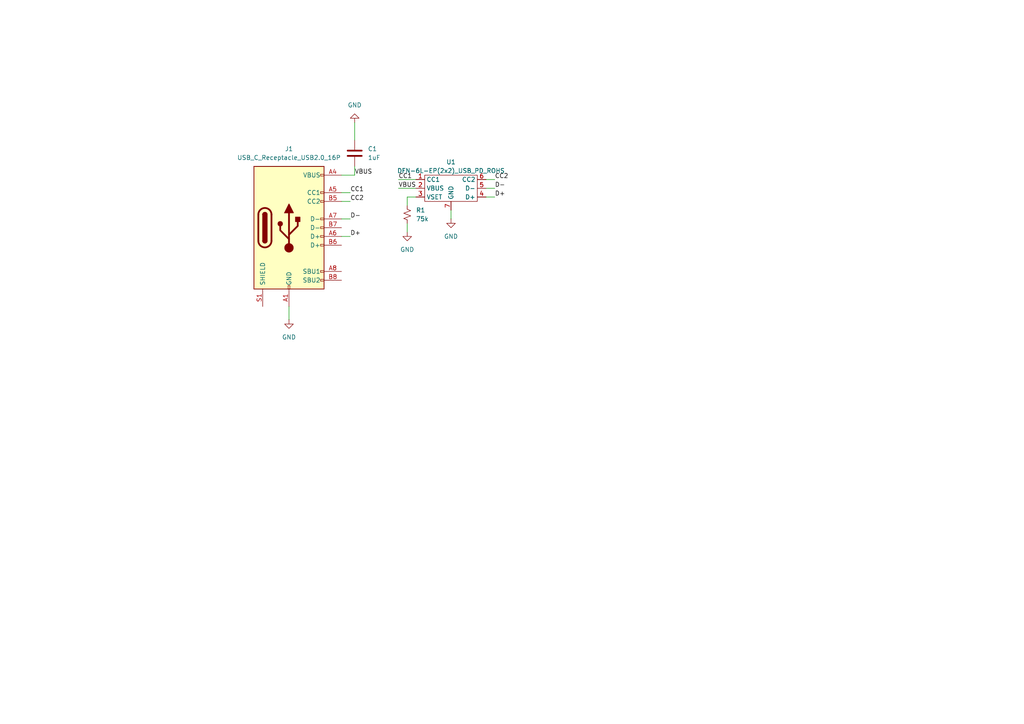
<source format=kicad_sch>
(kicad_sch (version 20231120) (generator "eeschema") (generator_version "8.0")
  (paper "A4")
  (lib_symbols
    (symbol "Connector:USB_C_Receptacle_USB2.0_16P" (pin_names (offset 1.016))
      (property "Reference" "J" (at 0 22.225 0))
      (property "Value" "USB_C_Receptacle_USB2.0_16P" (at 0 19.685 0))
      (symbol "USB_C_Receptacle_USB2.0_16P_0_0"
        (rectangle (start -0.254 -17.78) (end 0.254 -16.764))
        (rectangle (start 10.16 -14.986) (end 9.144 -15.494))
        (rectangle (start 10.16 -12.446) (end 9.144 -12.954))
        (rectangle (start 10.16 -4.826) (end 9.144 -5.334))
        (rectangle (start 10.16 -2.286) (end 9.144 -2.794))
        (rectangle (start 10.16 0.254) (end 9.144 -0.254))
        (rectangle (start 10.16 2.794) (end 9.144 2.286))
        (rectangle (start 10.16 7.874) (end 9.144 7.366))
        (rectangle (start 10.16 10.414) (end 9.144 9.906))
        (rectangle (start 10.16 15.494) (end 9.144 14.986))
      )
      (symbol "USB_C_Receptacle_USB2.0_16P_0_1"
        (rectangle (start -10.16 17.78) (end 10.16 -17.78) (stroke (width 0.254)) (fill (type background)))
        (arc (start -8.89 -3.81) (mid -6.985 -5.7067) (end -5.08 -3.81) (stroke (width 0.508)))
        (arc (start -7.62 -3.81) (mid -6.985 -4.4423) (end -6.35 -3.81) (stroke (width 0.254)))
        (arc (start -7.62 -3.81) (mid -6.985 -4.4423) (end -6.35 -3.81) (stroke (width 0.254)) (fill (type outline)))
        (rectangle (start -7.62 -3.81) (end -6.35 3.81) (stroke (width 0.254)) (fill (type outline)))
        (arc (start -6.35 3.81) (mid -6.985 4.4423) (end -7.62 3.81) (stroke (width 0.254)))
        (arc (start -6.35 3.81) (mid -6.985 4.4423) (end -7.62 3.81) (stroke (width 0.254)) (fill (type outline)))
        (arc (start -5.08 3.81) (mid -6.985 5.7067) (end -8.89 3.81) (stroke (width 0.508)))
        (circle (center -2.54 1.143) (radius 0.635) (stroke (width 0.254)) (fill (type outline)))
        (circle (center 0 -5.842) (radius 1.27) (fill (type outline)))
        (polyline (pts (xy -8.89 -3.81) (xy -8.89 3.81)) (stroke (width 0.508)))
        (polyline (pts (xy -5.08 3.81) (xy -5.08 -3.81)) (stroke (width 0.508)))
        (polyline (pts (xy 0 -5.842) (xy 0 4.318)) (stroke (width 0.508)))
        (polyline (pts (xy 0 -3.302) (xy -2.54 -0.762) (xy -2.54 0.508)) (stroke (width 0.508)))
        (polyline (pts (xy 0 -2.032) (xy 2.54 0.508) (xy 2.54 1.778)) (stroke (width 0.508)))
        (polyline (pts (xy -1.27 4.318) (xy 0 6.858) (xy 1.27 4.318) (xy -1.27 4.318)) (stroke (width 0.254)) (fill (type outline)))
        (rectangle (start 1.905 1.778) (end 3.175 3.048) (stroke (width 0.254)) (fill (type outline)))
      )
      (symbol "USB_C_Receptacle_USB2.0_16P_1_1"
        (pin passive line (at 0 -22.86 90) (length 5.08) (name "GND") (number "A1"))
        (pin passive line (at 0 -22.86 90) (length 5.08) hide (name "GND") (number "A12"))
        (pin passive line (at 15.24 15.24 180) (length 5.08) (name "VBUS") (number "A4"))
        (pin bidirectional line (at 15.24 10.16 180) (length 5.08) (name "CC1") (number "A5"))
        (pin bidirectional line (at 15.24 -2.54 180) (length 5.08) (name "D+") (number "A6"))
        (pin bidirectional line (at 15.24 2.54 180) (length 5.08) (name "D-") (number "A7"))
        (pin bidirectional line (at 15.24 -12.7 180) (length 5.08) (name "SBU1") (number "A8"))
        (pin passive line (at 15.24 15.24 180) (length 5.08) hide (name "VBUS") (number "A9"))
        (pin passive line (at 0 -22.86 90) (length 5.08) hide (name "GND") (number "B1"))
        (pin passive line (at 0 -22.86 90) (length 5.08) hide (name "GND") (number "B12"))
        (pin passive line (at 15.24 15.24 180) (length 5.08) hide (name "VBUS") (number "B4"))
        (pin bidirectional line (at 15.24 7.62 180) (length 5.08) (name "CC2") (number "B5"))
        (pin bidirectional line (at 15.24 -5.08 180) (length 5.08) (name "D+") (number "B6"))
        (pin bidirectional line (at 15.24 0 180) (length 5.08) (name "D-") (number "B7"))
        (pin bidirectional line (at 15.24 -15.24 180) (length 5.08) (name "SBU2") (number "B8"))
        (pin passive line (at 15.24 15.24 180) (length 5.08) hide (name "VBUS") (number "B9"))
        (pin passive line (at -7.62 -22.86 90) (length 5.08) (name "SHIELD") (number "S1"))
      )
    )
    (symbol "Custom Symbols:DFN-6L-EP(2x2)_USB_PD_ROHS"
      (property "Reference" "U" (at 0 0 0))
      (symbol "DFN-6L-EP(2x2)_USB_PD_ROHS_0_1"
        (rectangle (start -1.27 -1.27) (end 13.97 -8.89))
      )
      (symbol "DFN-6L-EP(2x2)_USB_PD_ROHS_1_1"
        (pin output line (at -3.81 -2.54 0) (length 2.54) (name "CC1") (number "1"))
        (pin input line (at -3.81 -5.08 0) (length 2.54) (name "VBUS") (number "2"))
        (pin output line (at -3.81 -7.62 0) (length 2.54) (name "VSET") (number "3"))
        (pin output line (at 16.51 -7.62 180) (length 2.54) (name "D+") (number "4"))
        (pin output line (at 16.51 -5.08 180) (length 2.54) (name "D-") (number "5"))
        (pin output line (at 16.51 -2.54 180) (length 2.54) (name "CC2") (number "6"))
        (pin output line (at 6.35 -11.43 90) (length 2.54) (name "GND") (number "7"))
      )
    )
    (symbol "Device:C" (pin_numbers hide) (pin_names (offset 0.254))
      (property "Reference" "C" (at 0.635 2.54 0))
      (property "Value" "C" (at 0.635 -2.54 0))
      (symbol "C_0_1"
        (polyline (pts (xy -2.032 -0.762) (xy 2.032 -0.762)) (stroke (width 0.508)))
        (polyline (pts (xy -2.032 0.762) (xy 2.032 0.762)) (stroke (width 0.508)))
      )
      (symbol "C_1_1"
        (pin passive line (at 0 3.81 270) (length 2.794) (name "~") (number "1"))
        (pin passive line (at 0 -3.81 90) (length 2.794) (name "~") (number "2"))
      )
    )
    (symbol "Device:R_Small_US" (pin_numbers hide) (pin_names (offset 0.254) hide)
      (property "Reference" "R" (at 0.762 0.508 0))
      (property "Value" "R_Small_US" (at 0.762 -1.016 0))
      (symbol "R_Small_US_1_1"
        (polyline (pts (xy 0 0) (xy 1.016 -0.381) (xy 0 -0.762) (xy -1.016 -1.143) (xy 0 -1.524)))
        (polyline (pts (xy 0 1.524) (xy 1.016 1.143) (xy 0 0.762) (xy -1.016 0.381) (xy 0 0)))
        (pin passive line (at 0 2.54 270) (length 1.016) (name "~") (number "1"))
        (pin passive line (at 0 -2.54 90) (length 1.016) (name "~") (number "2"))
      )
    )
    (symbol "power:GND" (power) (pin_numbers hide) (pin_names (offset 0) hide)
      (property "Value" "GND" (at 0 -3.81 0))
      (symbol "GND_0_1"
        (polyline (pts (xy 0 0) (xy 0 -1.27) (xy 1.27 -1.27) (xy 0 -2.54) (xy -1.27 -1.27) (xy 0 -1.27)))
      )
      (symbol "GND_1_1"
        (pin power_in line (at 0 0 270) (length 0) (name "~") (number "1"))
      )
    )
  )
  (wire (pts (xy 99.06 50.8) (xy 102.87 50.8)))
  (wire (pts (xy 140.97 54.61) (xy 143.51 54.61)))
  (wire (pts (xy 115.57 52.07) (xy 120.65 52.07)))
  (wire (pts (xy 118.11 67.31) (xy 118.11 64.77)))
  (wire (pts (xy 99.06 55.88) (xy 101.6 55.88)))
  (wire (pts (xy 83.82 88.9) (xy 83.82 92.71)))
  (wire (pts (xy 102.87 35.56) (xy 102.87 40.64)))
  (wire (pts (xy 118.11 57.15) (xy 120.65 57.15)))
  (wire (pts (xy 118.11 59.69) (xy 118.11 57.15)))
  (wire (pts (xy 115.57 54.61) (xy 120.65 54.61)))
  (wire (pts (xy 102.87 50.8) (xy 102.87 48.26)))
  (wire (pts (xy 140.97 57.15) (xy 143.51 57.15)))
  (wire (pts (xy 99.06 58.42) (xy 101.6 58.42)))
  (wire (pts (xy 140.97 52.07) (xy 143.51 52.07)))
  (wire (pts (xy 99.06 63.5) (xy 101.6 63.5)))
  (wire (pts (xy 99.06 68.58) (xy 101.6 68.58)))
  (wire (pts (xy 130.81 63.5) (xy 130.81 60.96)))
  (label "VBUS" (at 115.57 54.61 0))
  (label "D-" (at 143.51 54.61 0))
  (label "D-" (at 101.6 63.5 0))
  (label "D+" (at 143.51 57.15 0))
  (label "VBUS" (at 102.87 50.8 0))
  (label "CC2" (at 143.51 52.07 0))
  (label "CC2" (at 101.6 58.42 0))
  (label "D+" (at 101.6 68.58 0))
  (label "CC1" (at 115.57 52.07 0))
  (label "CC1" (at 101.6 55.88 0))
  (symbol (lib_id "power:GND") (at 102.87 35.56 180) (unit 1)
    (property "Reference" "#PWR03" (effects (hide yes)))
    (property "Value" "GND" (at 102.87 30.48 0))
    (property "Description" "Power symbol creates a global label with name \"GND\" , ground" (effects (hide yes)))
  )
  (symbol (lib_id "Device:R_Small_US") (at 118.11 62.23 0) (unit 1)
    (property "Reference" "R1" (at 120.65 60.9599 0) (effects (justify left)))
    (property "Value" "75k" (at 120.65 63.4999 0) (effects (justify left)))
    (property "Footprint" "Resistor_SMD:R_0603_1608Metric_Pad0.98x0.95mm_HandSolder" (effects (hide yes)))
    (property "Datasheet" "https://jlcpcb.com/api/file/downloadByFileSystemAccessId/8579706316903792640" (effects (hide yes)))
    (property "Description" "Resistor, small US symbol" (effects (hide yes)))
    (property "JLCPCB Part #" "C23242" (effects (hide yes)))
  )
  (symbol (lib_id "Device:C") (at 102.87 44.45 0) (unit 1)
    (property "Reference" "C1" (at 106.68 43.1799 0) (effects (justify left)))
    (property "Value" "1uF" (at 106.68 45.7199 0) (effects (justify left)))
    (property "Footprint" "Capacitor_SMD:C_0402_1005Metric_Pad0.74x0.62mm_HandSolder" (effects (hide yes)))
    (property "Datasheet" "https://jlcpcb.com/api/file/downloadByFileSystemAccessId/8579707174974914560" (effects (hide yes)))
    (property "Description" "Unpolarized capacitor" (effects (hide yes)))
    (property "JLCPCB Part #" "C52923" (effects (hide yes)))
  )
  (symbol (lib_id "power:GND") (at 118.11 67.31 0) (unit 1)
    (property "Reference" "#PWR04" (effects (hide yes)))
    (property "Value" "GND" (at 118.11 72.39 0))
    (property "Description" "Power symbol creates a global label with name \"GND\" , ground" (effects (hide yes)))
  )
  (symbol (lib_id "power:GND") (at 83.82 92.71 0) (unit 1)
    (property "Reference" "#PWR01" (effects (hide yes)))
    (property "Value" "GND" (at 83.82 97.79 0))
    (property "Description" "Power symbol creates a global label with name \"GND\" , ground" (effects (hide yes)))
  )
  (symbol (lib_id "Custom Symbols:DFN-6L-EP(2x2)_USB_PD_ROHS") (at 124.46 49.53 0) (unit 1)
    (property "Reference" "U1" (at 130.81 46.99 0))
    (property "Value" "DFN-6L-EP(2x2)_USB_PD_ROHS" (at 130.81 49.53 0))
    (property "Footprint" "Package_DFN_QFN:DFN-6-1EP_2x2mm_P0.65mm_EP1x1.6mm" (effects (hide yes)))
    (property "Datasheet" "https://jlcpcb.com/api/file/downloadByFileSystemAccessId/8590908931298979840" (effects (hide yes)))
    (property "JLCPCB Part #" "C22373734" (effects (hide yes)))
  )
  (symbol (lib_id "Connector:USB_C_Receptacle_USB2.0_16P") (at 83.82 66.04 0) (unit 1)
    (property "Reference" "J1" (at 83.82 43.18 0))
    (property "Value" "USB_C_Receptacle_USB2.0_16P" (at 83.82 45.72 0))
    (property "Footprint" "TYPE-C_16PIN_2MD__073_:SHOUHAN_TYPE-C_16PIN_2MD__073_" (effects (hide yes)))
    (property "Datasheet" "https://www.usb.org/sites/default/files/documents/usb_type-c.zip" (effects (hide yes)))
    (property "Description" "USB 2.0-only 16P Type-C Receptacle connector" (effects (hide yes)))
    (property "JLCPCP Part #" "C393939" (effects (hide yes)))
  )
  (symbol (lib_id "power:GND") (at 130.81 63.5 0) (unit 1)
    (property "Reference" "#PWR02" (effects (hide yes)))
    (property "Value" "GND" (at 130.81 68.58 0))
    (property "Description" "Power symbol creates a global label with name \"GND\" , ground" (effects (hide yes)))
  )
)
</source>
